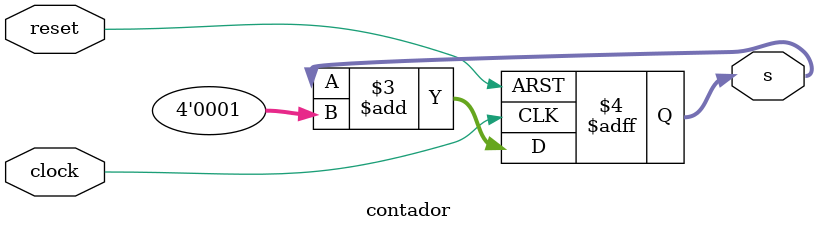
<source format=sv>
module contador (input clock, reset, output logic [3:0] s );

always_ff @(posedge clock or negedge reset)
  begin
    if(~reset)
	   s <= 4'd0;
	 else
	   s <= s + 4'd1;
end

endmodule 
</source>
